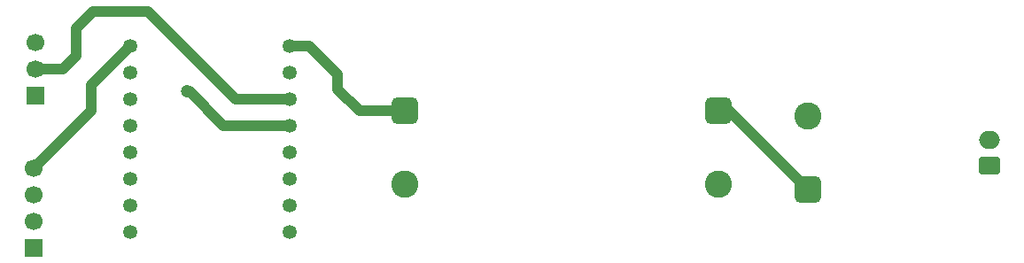
<source format=gbr>
%TF.GenerationSoftware,KiCad,Pcbnew,9.0.4*%
%TF.CreationDate,2025-11-12T11:38:36+05:30*%
%TF.ProjectId,BikeSSv3,42696b65-5353-4763-932e-6b696361645f,rev?*%
%TF.SameCoordinates,Original*%
%TF.FileFunction,Copper,L1,Top*%
%TF.FilePolarity,Positive*%
%FSLAX46Y46*%
G04 Gerber Fmt 4.6, Leading zero omitted, Abs format (unit mm)*
G04 Created by KiCad (PCBNEW 9.0.4) date 2025-11-12 11:38:36*
%MOMM*%
%LPD*%
G01*
G04 APERTURE LIST*
G04 Aperture macros list*
%AMRoundRect*
0 Rectangle with rounded corners*
0 $1 Rounding radius*
0 $2 $3 $4 $5 $6 $7 $8 $9 X,Y pos of 4 corners*
0 Add a 4 corners polygon primitive as box body*
4,1,4,$2,$3,$4,$5,$6,$7,$8,$9,$2,$3,0*
0 Add four circle primitives for the rounded corners*
1,1,$1+$1,$2,$3*
1,1,$1+$1,$4,$5*
1,1,$1+$1,$6,$7*
1,1,$1+$1,$8,$9*
0 Add four rect primitives between the rounded corners*
20,1,$1+$1,$2,$3,$4,$5,0*
20,1,$1+$1,$4,$5,$6,$7,0*
20,1,$1+$1,$6,$7,$8,$9,0*
20,1,$1+$1,$8,$9,$2,$3,0*%
G04 Aperture macros list end*
%TA.AperFunction,ComponentPad*%
%ADD10RoundRect,0.650000X0.650000X-0.650000X0.650000X0.650000X-0.650000X0.650000X-0.650000X-0.650000X0*%
%TD*%
%TA.AperFunction,ComponentPad*%
%ADD11C,2.600000*%
%TD*%
%TA.AperFunction,ComponentPad*%
%ADD12R,1.700000X1.700000*%
%TD*%
%TA.AperFunction,ComponentPad*%
%ADD13C,1.700000*%
%TD*%
%TA.AperFunction,ComponentPad*%
%ADD14RoundRect,0.650000X-0.650000X0.650000X-0.650000X-0.650000X0.650000X-0.650000X0.650000X0.650000X0*%
%TD*%
%TA.AperFunction,ComponentPad*%
%ADD15C,1.348000*%
%TD*%
%TA.AperFunction,ComponentPad*%
%ADD16RoundRect,0.250000X0.750000X-0.600000X0.750000X0.600000X-0.750000X0.600000X-0.750000X-0.600000X0*%
%TD*%
%TA.AperFunction,ComponentPad*%
%ADD17O,2.000000X1.700000*%
%TD*%
%TA.AperFunction,ViaPad*%
%ADD18C,1.200000*%
%TD*%
%TA.AperFunction,Conductor*%
%ADD19C,1.000000*%
%TD*%
G04 APERTURE END LIST*
D10*
%TO.P,TP102,1,1*%
%TO.N,/VCCs*%
X257500000Y-55000000D03*
D11*
%TO.P,TP102,2,2*%
%TO.N,/GNDs*%
X257500000Y-48000000D03*
%TD*%
D12*
%TO.P,J110,1,Pin_1*%
%TO.N,/GNDs*%
X183725000Y-46025000D03*
D13*
%TO.P,J110,2,Pin_2*%
%TO.N,/3.3V*%
X183725000Y-43485000D03*
%TO.P,J110,3,Pin_3*%
%TO.N,/4*%
X183725000Y-40945000D03*
%TD*%
D14*
%TO.P,TP104,1,1*%
%TO.N,/VCCs*%
X249000000Y-47500000D03*
D11*
%TO.P,TP104,2,2*%
%TO.N,/GNDs*%
X249000000Y-54500000D03*
%TD*%
D15*
%TO.P,U102,0,GPIO0*%
%TO.N,unconnected-(U102-GPIO0-Pad0)*%
X207990000Y-59030000D03*
%TO.P,U102,1,GPIO1*%
%TO.N,unconnected-(U102-GPIO1-Pad1)*%
X207990000Y-56490000D03*
%TO.P,U102,2,GPIO2*%
%TO.N,unconnected-(U102-GPIO2-Pad2)*%
X207990000Y-53950000D03*
%TO.P,U102,3,GPIO3*%
%TO.N,unconnected-(U102-GPIO3-Pad3)*%
X207990000Y-51410000D03*
%TO.P,U102,3.3,3V3*%
%TO.N,/3.3V*%
X207990000Y-46330000D03*
%TO.P,U102,4,GPIO4*%
%TO.N,/4*%
X207990000Y-48870000D03*
%TO.P,U102,5,GPIO5*%
%TO.N,/5*%
X192750000Y-41250000D03*
%TO.P,U102,5V,5V*%
%TO.N,/VCCb*%
X207990000Y-41250000D03*
%TO.P,U102,6,GPIO6*%
%TO.N,unconnected-(U102-GPIO6-Pad6)*%
X192750000Y-43790000D03*
%TO.P,U102,7,GPIO7*%
%TO.N,unconnected-(U102-GPIO7-Pad7)*%
X192750000Y-46330000D03*
%TO.P,U102,8,GPIO8*%
%TO.N,unconnected-(U102-GPIO8-Pad8)*%
X192750000Y-48870000D03*
%TO.P,U102,9,GPIO9*%
%TO.N,unconnected-(U102-GPIO9-Pad9)*%
X192750000Y-51410000D03*
%TO.P,U102,10,GPIO10*%
%TO.N,unconnected-(U102-GPIO10-Pad10)*%
X192750000Y-53950000D03*
%TO.P,U102,20,GPIO20*%
%TO.N,unconnected-(U102-GPIO20-Pad20)*%
X192750000Y-56490000D03*
%TO.P,U102,21,GPIO21*%
%TO.N,unconnected-(U102-GPIO21-Pad21)*%
X192750000Y-59030000D03*
%TO.P,U102,G,GND*%
%TO.N,/GNDs*%
X207990000Y-43790000D03*
%TD*%
D12*
%TO.P,J109,1,Pin_1*%
%TO.N,/VCCb*%
X183500000Y-60580000D03*
D13*
%TO.P,J109,2,Pin_2*%
%TO.N,/GNDs*%
X183500000Y-58040000D03*
%TO.P,J109,3,Pin_3*%
%TO.N,unconnected-(J109-Pin_3-Pad3)*%
X183500000Y-55500000D03*
%TO.P,J109,4,Pin_4*%
%TO.N,/5*%
X183500000Y-52960000D03*
%TD*%
D14*
%TO.P,TP105,1,1*%
%TO.N,/VCCb*%
X219000000Y-47500000D03*
D11*
%TO.P,TP105,2,2*%
%TO.N,/GNDs*%
X219000000Y-54500000D03*
%TD*%
D16*
%TO.P,J111,1,Pin_1*%
%TO.N,/VCCs*%
X274850000Y-52750000D03*
D17*
%TO.P,J111,2,Pin_2*%
%TO.N,/GNDs*%
X274850000Y-50250000D03*
%TD*%
D18*
%TO.N,/4*%
X198200000Y-45600000D03*
%TD*%
D19*
%TO.N,/VCCs*%
X250000000Y-47500000D02*
X249000000Y-47500000D01*
X257500000Y-55000000D02*
X250000000Y-47500000D01*
%TO.N,/4*%
X207990000Y-48870000D02*
X201670000Y-48870000D01*
X201670000Y-48870000D02*
X198400000Y-45600000D01*
X198400000Y-45600000D02*
X198200000Y-45600000D01*
%TO.N,/VCCb*%
X209850000Y-41250000D02*
X212600000Y-44000000D01*
X212600000Y-45400000D02*
X214700000Y-47500000D01*
X207990000Y-41250000D02*
X209850000Y-41250000D01*
X214700000Y-47500000D02*
X219000000Y-47500000D01*
X212600000Y-44000000D02*
X212600000Y-45400000D01*
%TO.N,/5*%
X189000000Y-45000000D02*
X189000000Y-47460000D01*
X192750000Y-41250000D02*
X189000000Y-45000000D01*
X183500000Y-52960000D02*
X189000000Y-47460000D01*
%TO.N,/3.3V*%
X186315000Y-43485000D02*
X187600000Y-42200000D01*
X194500000Y-38000000D02*
X189210000Y-38000000D01*
X207990000Y-46330000D02*
X202830000Y-46330000D01*
X202830000Y-46330000D02*
X194500000Y-38000000D01*
X187600000Y-42200000D02*
X187600000Y-39610000D01*
X187600000Y-39610000D02*
X189210000Y-38000000D01*
X183725000Y-43485000D02*
X186315000Y-43485000D01*
%TD*%
M02*

</source>
